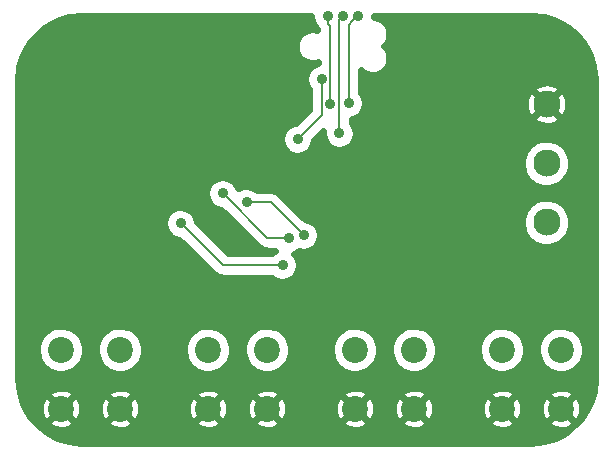
<source format=gbl>
%FSLAX46Y46*%
G04 Gerber Fmt 4.6, Leading zero omitted, Abs format (unit mm)*
G04 Created by KiCad (PCBNEW (2014-08-05 BZR 5054)-product) date Wed 12 Nov 2014 18:29:59 EST*
%MOMM*%
G01*
G04 APERTURE LIST*
%ADD10C,0.100000*%
%ADD11C,2.300000*%
%ADD12C,2.200000*%
%ADD13C,0.889000*%
%ADD14C,0.203200*%
%ADD15C,0.609600*%
G04 APERTURE END LIST*
D10*
D11*
X203200000Y-114982000D03*
X203200000Y-109982000D03*
X203200000Y-104982000D03*
D12*
X162092000Y-125770000D03*
X167092000Y-125770000D03*
X167092000Y-130770000D03*
X162092000Y-130770000D03*
X174538000Y-125770000D03*
X179538000Y-125770000D03*
X179538000Y-130770000D03*
X174538000Y-130770000D03*
X186984000Y-125770000D03*
X191984000Y-125770000D03*
X191984000Y-130770000D03*
X186984000Y-130770000D03*
X199430000Y-125770000D03*
X204430000Y-125770000D03*
X204430000Y-130770000D03*
X199430000Y-130770000D03*
D13*
X198903842Y-111230158D03*
X194310000Y-111252000D03*
X197866000Y-100076000D03*
X190754000Y-104140000D03*
X193548000Y-106934000D03*
X194818000Y-102108000D03*
X171704000Y-116840000D03*
X181864000Y-102616000D03*
X174244000Y-104140000D03*
X181610000Y-113284000D03*
X187706000Y-102616000D03*
X184658000Y-97536000D03*
X184899320Y-104992022D03*
X184150000Y-102870000D03*
X182118000Y-107950000D03*
X185672665Y-107449786D03*
X185928000Y-97536000D03*
X186436000Y-104902000D03*
X187198000Y-97536000D03*
X175768000Y-112534690D03*
X181356000Y-116332000D03*
X172212000Y-115062000D03*
X180848000Y-118618000D03*
X177800000Y-113284000D03*
X182626000Y-116078000D03*
D14*
X184658000Y-97536000D02*
X184658000Y-98164617D01*
X184658000Y-98164617D02*
X184899320Y-98405937D01*
X184899320Y-98405937D02*
X184899320Y-104363405D01*
X184899320Y-104363405D02*
X184899320Y-104992022D01*
X184150000Y-105918000D02*
X182118000Y-107950000D01*
X184150000Y-102870000D02*
X184150000Y-105918000D01*
X185672665Y-97791335D02*
X185928000Y-97536000D01*
X185672665Y-107449786D02*
X185672665Y-97791335D01*
X186436000Y-104902000D02*
X186436000Y-98298000D01*
X186436000Y-98298000D02*
X186753501Y-97980499D01*
X186753501Y-97980499D02*
X187198000Y-97536000D01*
X179565310Y-116332000D02*
X181356000Y-116332000D01*
X175768000Y-112534690D02*
X179565310Y-116332000D01*
X175768000Y-118618000D02*
X180848000Y-118618000D01*
X172212000Y-115062000D02*
X175768000Y-118618000D01*
X179832000Y-113284000D02*
X182626000Y-116078000D01*
X177800000Y-113284000D02*
X179832000Y-113284000D01*
D15*
G36*
X207290200Y-128221590D02*
X207183459Y-129310211D01*
X206881362Y-130310803D01*
X206469888Y-131084675D01*
X206469888Y-125569987D01*
X206392189Y-125177580D01*
X206239751Y-124807738D01*
X206018380Y-124474548D01*
X205736509Y-124190702D01*
X205404873Y-123967011D01*
X205289890Y-123918676D01*
X205289890Y-114777084D01*
X205289890Y-109777084D01*
X205210287Y-109375059D01*
X205054112Y-108996151D01*
X205043717Y-108980505D01*
X205043717Y-105041730D01*
X205019943Y-104680891D01*
X204926229Y-104331624D01*
X204766179Y-104007350D01*
X204699810Y-103908023D01*
X204392101Y-103807860D01*
X204374140Y-103825821D01*
X204374140Y-103789899D01*
X204273977Y-103482190D01*
X203960743Y-103301486D01*
X203618273Y-103185363D01*
X203259730Y-103138283D01*
X202898891Y-103162057D01*
X202549624Y-103255771D01*
X202225350Y-103415821D01*
X202126023Y-103482190D01*
X202025860Y-103789899D01*
X203200000Y-104964039D01*
X204374140Y-103789899D01*
X204374140Y-103825821D01*
X203217961Y-104982000D01*
X204392101Y-106156140D01*
X204699810Y-106055977D01*
X204880514Y-105742743D01*
X204996637Y-105400273D01*
X205043717Y-105041730D01*
X205043717Y-108980505D01*
X204827315Y-108654794D01*
X204538534Y-108363990D01*
X204374140Y-108253104D01*
X204374140Y-106174101D01*
X203200000Y-104999961D01*
X203182039Y-105017922D01*
X203182039Y-104982000D01*
X202007899Y-103807860D01*
X201700190Y-103908023D01*
X201519486Y-104221257D01*
X201403363Y-104563727D01*
X201356283Y-104922270D01*
X201380057Y-105283109D01*
X201473771Y-105632376D01*
X201633821Y-105956650D01*
X201700190Y-106055977D01*
X202007899Y-106156140D01*
X203182039Y-104982000D01*
X203182039Y-105017922D01*
X202025860Y-106174101D01*
X202126023Y-106481810D01*
X202439257Y-106662514D01*
X202781727Y-106778637D01*
X203140270Y-106825717D01*
X203501109Y-106801943D01*
X203850376Y-106708229D01*
X204174650Y-106548179D01*
X204273977Y-106481810D01*
X204374140Y-106174101D01*
X204374140Y-108253104D01*
X204198769Y-108134815D01*
X203820961Y-107976000D01*
X203419501Y-107893592D01*
X203009680Y-107890730D01*
X202607108Y-107967525D01*
X202227119Y-108121050D01*
X201884187Y-108345459D01*
X201591374Y-108632203D01*
X201359833Y-108970360D01*
X201198383Y-109347050D01*
X201113175Y-109747925D01*
X201107453Y-110157716D01*
X201181435Y-110560814D01*
X201332304Y-110941865D01*
X201554313Y-111286356D01*
X201839005Y-111581163D01*
X202175538Y-111815060D01*
X202551092Y-111979135D01*
X202951362Y-112067140D01*
X203361103Y-112075723D01*
X203764708Y-112004557D01*
X204146803Y-111856352D01*
X204492835Y-111636753D01*
X204789623Y-111354126D01*
X205025863Y-111019234D01*
X205192556Y-110644835D01*
X205283354Y-110245189D01*
X205289890Y-109777084D01*
X205289890Y-114777084D01*
X205210287Y-114375059D01*
X205054112Y-113996151D01*
X204827315Y-113654794D01*
X204538534Y-113363990D01*
X204198769Y-113134815D01*
X203820961Y-112976000D01*
X203419501Y-112893592D01*
X203009680Y-112890730D01*
X202607108Y-112967525D01*
X202227119Y-113121050D01*
X201884187Y-113345459D01*
X201591374Y-113632203D01*
X201359833Y-113970360D01*
X201198383Y-114347050D01*
X201113175Y-114747925D01*
X201107453Y-115157716D01*
X201181435Y-115560814D01*
X201332304Y-115941865D01*
X201554313Y-116286356D01*
X201839005Y-116581163D01*
X202175538Y-116815060D01*
X202551092Y-116979135D01*
X202951362Y-117067140D01*
X203361103Y-117075723D01*
X203764708Y-117004557D01*
X204146803Y-116856352D01*
X204492835Y-116636753D01*
X204789623Y-116354126D01*
X205025863Y-116019234D01*
X205192556Y-115644835D01*
X205283354Y-115245189D01*
X205289890Y-114777084D01*
X205289890Y-123918676D01*
X205036104Y-123811995D01*
X204644249Y-123731558D01*
X204244233Y-123728766D01*
X203851293Y-123803723D01*
X203480396Y-123953575D01*
X203145669Y-124172614D01*
X202859862Y-124452498D01*
X202633860Y-124782564D01*
X202476274Y-125150242D01*
X202393104Y-125541525D01*
X202387518Y-125941512D01*
X202459731Y-126334966D01*
X202606990Y-126706900D01*
X202823687Y-127043148D01*
X203101568Y-127330902D01*
X203430049Y-127559202D01*
X203796617Y-127719352D01*
X204187311Y-127805252D01*
X204587249Y-127813629D01*
X204981197Y-127744165D01*
X205354150Y-127599506D01*
X205691903Y-127385162D01*
X205981590Y-127109297D01*
X206212178Y-126782418D01*
X206374883Y-126416976D01*
X206463508Y-126026892D01*
X206469888Y-125569987D01*
X206469888Y-131084675D01*
X206390670Y-131233663D01*
X206223511Y-131438619D01*
X206223511Y-130827757D01*
X206200316Y-130476751D01*
X206109090Y-130137014D01*
X205953337Y-129821602D01*
X205889162Y-129725555D01*
X205586573Y-129631388D01*
X205568612Y-129649349D01*
X205568612Y-129613427D01*
X205474445Y-129310838D01*
X205169708Y-129135115D01*
X204836544Y-129022219D01*
X204487757Y-128976489D01*
X204136751Y-128999684D01*
X203797014Y-129090910D01*
X203481602Y-129246663D01*
X203385555Y-129310838D01*
X203291388Y-129613427D01*
X204430000Y-130752039D01*
X205568612Y-129613427D01*
X205568612Y-129649349D01*
X204447961Y-130770000D01*
X205586573Y-131908612D01*
X205889162Y-131814445D01*
X206064885Y-131509708D01*
X206177781Y-131176544D01*
X206223511Y-130827757D01*
X206223511Y-131438619D01*
X205730073Y-132043634D01*
X205568612Y-132177206D01*
X205568612Y-131926573D01*
X204430000Y-130787961D01*
X204412039Y-130805922D01*
X204412039Y-130770000D01*
X203273427Y-129631388D01*
X202970838Y-129725555D01*
X202795115Y-130030292D01*
X202682219Y-130363456D01*
X202636489Y-130712243D01*
X202659684Y-131063249D01*
X202750910Y-131402986D01*
X202906663Y-131718398D01*
X202970838Y-131814445D01*
X203273427Y-131908612D01*
X204412039Y-130770000D01*
X204412039Y-130805922D01*
X203291388Y-131926573D01*
X203385555Y-132229162D01*
X203690292Y-132404885D01*
X204023456Y-132517781D01*
X204372243Y-132563511D01*
X204723249Y-132540316D01*
X205062986Y-132449090D01*
X205378398Y-132293337D01*
X205474445Y-132229162D01*
X205568612Y-131926573D01*
X205568612Y-132177206D01*
X204924727Y-132709875D01*
X204005324Y-133206993D01*
X203006866Y-133516069D01*
X201920981Y-133630200D01*
X201469888Y-133630200D01*
X201469888Y-125569987D01*
X201392189Y-125177580D01*
X201239751Y-124807738D01*
X201018380Y-124474548D01*
X200736509Y-124190702D01*
X200404873Y-123967011D01*
X200036104Y-123811995D01*
X199644249Y-123731558D01*
X199244233Y-123728766D01*
X198851293Y-123803723D01*
X198480396Y-123953575D01*
X198145669Y-124172614D01*
X197859862Y-124452498D01*
X197633860Y-124782564D01*
X197476274Y-125150242D01*
X197393104Y-125541525D01*
X197387518Y-125941512D01*
X197459731Y-126334966D01*
X197606990Y-126706900D01*
X197823687Y-127043148D01*
X198101568Y-127330902D01*
X198430049Y-127559202D01*
X198796617Y-127719352D01*
X199187311Y-127805252D01*
X199587249Y-127813629D01*
X199981197Y-127744165D01*
X200354150Y-127599506D01*
X200691903Y-127385162D01*
X200981590Y-127109297D01*
X201212178Y-126782418D01*
X201374883Y-126416976D01*
X201463508Y-126026892D01*
X201469888Y-125569987D01*
X201469888Y-133630200D01*
X201223511Y-133630200D01*
X201223511Y-130827757D01*
X201200316Y-130476751D01*
X201109090Y-130137014D01*
X200953337Y-129821602D01*
X200889162Y-129725555D01*
X200586573Y-129631388D01*
X200568612Y-129649349D01*
X200568612Y-129613427D01*
X200474445Y-129310838D01*
X200169708Y-129135115D01*
X199836544Y-129022219D01*
X199487757Y-128976489D01*
X199136751Y-128999684D01*
X198797014Y-129090910D01*
X198481602Y-129246663D01*
X198385555Y-129310838D01*
X198291388Y-129613427D01*
X199430000Y-130752039D01*
X200568612Y-129613427D01*
X200568612Y-129649349D01*
X199447961Y-130770000D01*
X200586573Y-131908612D01*
X200889162Y-131814445D01*
X201064885Y-131509708D01*
X201177781Y-131176544D01*
X201223511Y-130827757D01*
X201223511Y-133630200D01*
X200568612Y-133630200D01*
X200568612Y-131926573D01*
X199430000Y-130787961D01*
X199412039Y-130805922D01*
X199412039Y-130770000D01*
X198273427Y-129631388D01*
X197970838Y-129725555D01*
X197795115Y-130030292D01*
X197682219Y-130363456D01*
X197636489Y-130712243D01*
X197659684Y-131063249D01*
X197750910Y-131402986D01*
X197906663Y-131718398D01*
X197970838Y-131814445D01*
X198273427Y-131908612D01*
X199412039Y-130770000D01*
X199412039Y-130805922D01*
X198291388Y-131926573D01*
X198385555Y-132229162D01*
X198690292Y-132404885D01*
X199023456Y-132517781D01*
X199372243Y-132563511D01*
X199723249Y-132540316D01*
X200062986Y-132449090D01*
X200378398Y-132293337D01*
X200474445Y-132229162D01*
X200568612Y-131926573D01*
X200568612Y-133630200D01*
X194023888Y-133630200D01*
X194023888Y-125569987D01*
X193946189Y-125177580D01*
X193793751Y-124807738D01*
X193572380Y-124474548D01*
X193290509Y-124190702D01*
X192958873Y-123967011D01*
X192590104Y-123811995D01*
X192198249Y-123731558D01*
X191798233Y-123728766D01*
X191405293Y-123803723D01*
X191034396Y-123953575D01*
X190699669Y-124172614D01*
X190413862Y-124452498D01*
X190187860Y-124782564D01*
X190030274Y-125150242D01*
X189947104Y-125541525D01*
X189941518Y-125941512D01*
X190013731Y-126334966D01*
X190160990Y-126706900D01*
X190377687Y-127043148D01*
X190655568Y-127330902D01*
X190984049Y-127559202D01*
X191350617Y-127719352D01*
X191741311Y-127805252D01*
X192141249Y-127813629D01*
X192535197Y-127744165D01*
X192908150Y-127599506D01*
X193245903Y-127385162D01*
X193535590Y-127109297D01*
X193766178Y-126782418D01*
X193928883Y-126416976D01*
X194017508Y-126026892D01*
X194023888Y-125569987D01*
X194023888Y-133630200D01*
X193777511Y-133630200D01*
X193777511Y-130827757D01*
X193754316Y-130476751D01*
X193663090Y-130137014D01*
X193507337Y-129821602D01*
X193443162Y-129725555D01*
X193140573Y-129631388D01*
X193122612Y-129649349D01*
X193122612Y-129613427D01*
X193028445Y-129310838D01*
X192723708Y-129135115D01*
X192390544Y-129022219D01*
X192041757Y-128976489D01*
X191690751Y-128999684D01*
X191351014Y-129090910D01*
X191035602Y-129246663D01*
X190939555Y-129310838D01*
X190845388Y-129613427D01*
X191984000Y-130752039D01*
X193122612Y-129613427D01*
X193122612Y-129649349D01*
X192001961Y-130770000D01*
X193140573Y-131908612D01*
X193443162Y-131814445D01*
X193618885Y-131509708D01*
X193731781Y-131176544D01*
X193777511Y-130827757D01*
X193777511Y-133630200D01*
X193122612Y-133630200D01*
X193122612Y-131926573D01*
X191984000Y-130787961D01*
X191966039Y-130805922D01*
X191966039Y-130770000D01*
X190827427Y-129631388D01*
X190524838Y-129725555D01*
X190349115Y-130030292D01*
X190236219Y-130363456D01*
X190190489Y-130712243D01*
X190213684Y-131063249D01*
X190304910Y-131402986D01*
X190460663Y-131718398D01*
X190524838Y-131814445D01*
X190827427Y-131908612D01*
X191966039Y-130770000D01*
X191966039Y-130805922D01*
X190845388Y-131926573D01*
X190939555Y-132229162D01*
X191244292Y-132404885D01*
X191577456Y-132517781D01*
X191926243Y-132563511D01*
X192277249Y-132540316D01*
X192616986Y-132449090D01*
X192932398Y-132293337D01*
X193028445Y-132229162D01*
X193122612Y-131926573D01*
X193122612Y-133630200D01*
X189023888Y-133630200D01*
X189023888Y-125569987D01*
X188946189Y-125177580D01*
X188793751Y-124807738D01*
X188572380Y-124474548D01*
X188290509Y-124190702D01*
X187958873Y-123967011D01*
X187590104Y-123811995D01*
X187198249Y-123731558D01*
X186798233Y-123728766D01*
X186405293Y-123803723D01*
X186034396Y-123953575D01*
X185699669Y-124172614D01*
X185413862Y-124452498D01*
X185187860Y-124782564D01*
X185030274Y-125150242D01*
X184947104Y-125541525D01*
X184941518Y-125941512D01*
X185013731Y-126334966D01*
X185160990Y-126706900D01*
X185377687Y-127043148D01*
X185655568Y-127330902D01*
X185984049Y-127559202D01*
X186350617Y-127719352D01*
X186741311Y-127805252D01*
X187141249Y-127813629D01*
X187535197Y-127744165D01*
X187908150Y-127599506D01*
X188245903Y-127385162D01*
X188535590Y-127109297D01*
X188766178Y-126782418D01*
X188928883Y-126416976D01*
X189017508Y-126026892D01*
X189023888Y-125569987D01*
X189023888Y-133630200D01*
X188777511Y-133630200D01*
X188777511Y-130827757D01*
X188754316Y-130476751D01*
X188663090Y-130137014D01*
X188507337Y-129821602D01*
X188443162Y-129725555D01*
X188140573Y-129631388D01*
X188122612Y-129649349D01*
X188122612Y-129613427D01*
X188028445Y-129310838D01*
X187723708Y-129135115D01*
X187390544Y-129022219D01*
X187041757Y-128976489D01*
X186690751Y-128999684D01*
X186351014Y-129090910D01*
X186035602Y-129246663D01*
X185939555Y-129310838D01*
X185845388Y-129613427D01*
X186984000Y-130752039D01*
X188122612Y-129613427D01*
X188122612Y-129649349D01*
X187001961Y-130770000D01*
X188140573Y-131908612D01*
X188443162Y-131814445D01*
X188618885Y-131509708D01*
X188731781Y-131176544D01*
X188777511Y-130827757D01*
X188777511Y-133630200D01*
X188122612Y-133630200D01*
X188122612Y-131926573D01*
X186984000Y-130787961D01*
X186966039Y-130805922D01*
X186966039Y-130770000D01*
X185827427Y-129631388D01*
X185524838Y-129725555D01*
X185349115Y-130030292D01*
X185236219Y-130363456D01*
X185190489Y-130712243D01*
X185213684Y-131063249D01*
X185304910Y-131402986D01*
X185460663Y-131718398D01*
X185524838Y-131814445D01*
X185827427Y-131908612D01*
X186966039Y-130770000D01*
X186966039Y-130805922D01*
X185845388Y-131926573D01*
X185939555Y-132229162D01*
X186244292Y-132404885D01*
X186577456Y-132517781D01*
X186926243Y-132563511D01*
X187277249Y-132540316D01*
X187616986Y-132449090D01*
X187932398Y-132293337D01*
X188028445Y-132229162D01*
X188122612Y-131926573D01*
X188122612Y-133630200D01*
X184010359Y-133630200D01*
X184010359Y-115942262D01*
X183957630Y-115675957D01*
X183854178Y-115424966D01*
X183703946Y-115198849D01*
X183512655Y-115006218D01*
X183287592Y-114854411D01*
X183037329Y-114749210D01*
X182771399Y-114694622D01*
X182714990Y-114694228D01*
X180568381Y-112547619D01*
X180494027Y-112486544D01*
X180420357Y-112424727D01*
X180415559Y-112422089D01*
X180411326Y-112418612D01*
X180326546Y-112373153D01*
X180242251Y-112326812D01*
X180237028Y-112325155D01*
X180232205Y-112322569D01*
X180140259Y-112294458D01*
X180048519Y-112265357D01*
X180043074Y-112264746D01*
X180037840Y-112263146D01*
X179942121Y-112253422D01*
X179846540Y-112242702D01*
X179835841Y-112242626D01*
X179835635Y-112242606D01*
X179835442Y-112242624D01*
X179832000Y-112242600D01*
X178716825Y-112242600D01*
X178686655Y-112212218D01*
X178461592Y-112060411D01*
X178211329Y-111955210D01*
X177945399Y-111900622D01*
X177673930Y-111898727D01*
X177407264Y-111949596D01*
X177155556Y-112051293D01*
X177085100Y-112097397D01*
X176996178Y-111881656D01*
X176845946Y-111655539D01*
X176654655Y-111462908D01*
X176429592Y-111311101D01*
X176179329Y-111205900D01*
X175913399Y-111151312D01*
X175641930Y-111149417D01*
X175375264Y-111200286D01*
X175123556Y-111301983D01*
X174896395Y-111450632D01*
X174702434Y-111640574D01*
X174549059Y-111864572D01*
X174442114Y-112114094D01*
X174385671Y-112379637D01*
X174381880Y-112651086D01*
X174430887Y-112918101D01*
X174530824Y-113170512D01*
X174677884Y-113398705D01*
X174866467Y-113593988D01*
X175089388Y-113748923D01*
X175338158Y-113857608D01*
X175603300Y-113915903D01*
X175678015Y-113917467D01*
X178828929Y-117068381D01*
X178903255Y-117129433D01*
X178976953Y-117191273D01*
X178981753Y-117193912D01*
X178985984Y-117197387D01*
X179070724Y-117242824D01*
X179155059Y-117289188D01*
X179160281Y-117290844D01*
X179165105Y-117293431D01*
X179257050Y-117321541D01*
X179348791Y-117350643D01*
X179354235Y-117351253D01*
X179359470Y-117352854D01*
X179455144Y-117362572D01*
X179550770Y-117373298D01*
X179561479Y-117373373D01*
X179561675Y-117373393D01*
X179561857Y-117373375D01*
X179565310Y-117373400D01*
X180232992Y-117373400D01*
X180203556Y-117385293D01*
X179976395Y-117533942D01*
X179932834Y-117576600D01*
X176199362Y-117576600D01*
X173595707Y-114972945D01*
X173596359Y-114926262D01*
X173543630Y-114659957D01*
X173440178Y-114408966D01*
X173289946Y-114182849D01*
X173098655Y-113990218D01*
X172873592Y-113838411D01*
X172623329Y-113733210D01*
X172357399Y-113678622D01*
X172085930Y-113676727D01*
X171819264Y-113727596D01*
X171567556Y-113829293D01*
X171340395Y-113977942D01*
X171146434Y-114167884D01*
X170993059Y-114391882D01*
X170886114Y-114641404D01*
X170829671Y-114906947D01*
X170825880Y-115178396D01*
X170874887Y-115445411D01*
X170974824Y-115697822D01*
X171121884Y-115926015D01*
X171310467Y-116121298D01*
X171533388Y-116276233D01*
X171782158Y-116384918D01*
X172047300Y-116443213D01*
X172122015Y-116444777D01*
X175031619Y-119354381D01*
X175105967Y-119415451D01*
X175179643Y-119477273D01*
X175184440Y-119479910D01*
X175188673Y-119483387D01*
X175273435Y-119528836D01*
X175357749Y-119575188D01*
X175362971Y-119576844D01*
X175367795Y-119579431D01*
X175459753Y-119607545D01*
X175551481Y-119636643D01*
X175556924Y-119637253D01*
X175562159Y-119638854D01*
X175657843Y-119648573D01*
X175753460Y-119659298D01*
X175764168Y-119659373D01*
X175764364Y-119659393D01*
X175764546Y-119659375D01*
X175768000Y-119659400D01*
X179929183Y-119659400D01*
X179946467Y-119677298D01*
X180169388Y-119832233D01*
X180418158Y-119940918D01*
X180683300Y-119999213D01*
X180954716Y-120004898D01*
X181222067Y-119957757D01*
X181475170Y-119859585D01*
X181704384Y-119714121D01*
X181900979Y-119526907D01*
X182057466Y-119305072D01*
X182167885Y-119057067D01*
X182228030Y-118792338D01*
X182232359Y-118482262D01*
X182179630Y-118215957D01*
X182076178Y-117964966D01*
X181925946Y-117738849D01*
X181823379Y-117635563D01*
X181983170Y-117573585D01*
X182212384Y-117428121D01*
X182232548Y-117408918D01*
X182461300Y-117459213D01*
X182732716Y-117464898D01*
X183000067Y-117417757D01*
X183253170Y-117319585D01*
X183482384Y-117174121D01*
X183678979Y-116986907D01*
X183835466Y-116765072D01*
X183945885Y-116517067D01*
X184006030Y-116252338D01*
X184010359Y-115942262D01*
X184010359Y-133630200D01*
X181577888Y-133630200D01*
X181577888Y-125569987D01*
X181500189Y-125177580D01*
X181347751Y-124807738D01*
X181126380Y-124474548D01*
X180844509Y-124190702D01*
X180512873Y-123967011D01*
X180144104Y-123811995D01*
X179752249Y-123731558D01*
X179352233Y-123728766D01*
X178959293Y-123803723D01*
X178588396Y-123953575D01*
X178253669Y-124172614D01*
X177967862Y-124452498D01*
X177741860Y-124782564D01*
X177584274Y-125150242D01*
X177501104Y-125541525D01*
X177495518Y-125941512D01*
X177567731Y-126334966D01*
X177714990Y-126706900D01*
X177931687Y-127043148D01*
X178209568Y-127330902D01*
X178538049Y-127559202D01*
X178904617Y-127719352D01*
X179295311Y-127805252D01*
X179695249Y-127813629D01*
X180089197Y-127744165D01*
X180462150Y-127599506D01*
X180799903Y-127385162D01*
X181089590Y-127109297D01*
X181320178Y-126782418D01*
X181482883Y-126416976D01*
X181571508Y-126026892D01*
X181577888Y-125569987D01*
X181577888Y-133630200D01*
X181331511Y-133630200D01*
X181331511Y-130827757D01*
X181308316Y-130476751D01*
X181217090Y-130137014D01*
X181061337Y-129821602D01*
X180997162Y-129725555D01*
X180694573Y-129631388D01*
X180676612Y-129649349D01*
X180676612Y-129613427D01*
X180582445Y-129310838D01*
X180277708Y-129135115D01*
X179944544Y-129022219D01*
X179595757Y-128976489D01*
X179244751Y-128999684D01*
X178905014Y-129090910D01*
X178589602Y-129246663D01*
X178493555Y-129310838D01*
X178399388Y-129613427D01*
X179538000Y-130752039D01*
X180676612Y-129613427D01*
X180676612Y-129649349D01*
X179555961Y-130770000D01*
X180694573Y-131908612D01*
X180997162Y-131814445D01*
X181172885Y-131509708D01*
X181285781Y-131176544D01*
X181331511Y-130827757D01*
X181331511Y-133630200D01*
X180676612Y-133630200D01*
X180676612Y-131926573D01*
X179538000Y-130787961D01*
X179520039Y-130805922D01*
X179520039Y-130770000D01*
X178381427Y-129631388D01*
X178078838Y-129725555D01*
X177903115Y-130030292D01*
X177790219Y-130363456D01*
X177744489Y-130712243D01*
X177767684Y-131063249D01*
X177858910Y-131402986D01*
X178014663Y-131718398D01*
X178078838Y-131814445D01*
X178381427Y-131908612D01*
X179520039Y-130770000D01*
X179520039Y-130805922D01*
X178399388Y-131926573D01*
X178493555Y-132229162D01*
X178798292Y-132404885D01*
X179131456Y-132517781D01*
X179480243Y-132563511D01*
X179831249Y-132540316D01*
X180170986Y-132449090D01*
X180486398Y-132293337D01*
X180582445Y-132229162D01*
X180676612Y-131926573D01*
X180676612Y-133630200D01*
X176577888Y-133630200D01*
X176577888Y-125569987D01*
X176500189Y-125177580D01*
X176347751Y-124807738D01*
X176126380Y-124474548D01*
X175844509Y-124190702D01*
X175512873Y-123967011D01*
X175144104Y-123811995D01*
X174752249Y-123731558D01*
X174352233Y-123728766D01*
X173959293Y-123803723D01*
X173588396Y-123953575D01*
X173253669Y-124172614D01*
X172967862Y-124452498D01*
X172741860Y-124782564D01*
X172584274Y-125150242D01*
X172501104Y-125541525D01*
X172495518Y-125941512D01*
X172567731Y-126334966D01*
X172714990Y-126706900D01*
X172931687Y-127043148D01*
X173209568Y-127330902D01*
X173538049Y-127559202D01*
X173904617Y-127719352D01*
X174295311Y-127805252D01*
X174695249Y-127813629D01*
X175089197Y-127744165D01*
X175462150Y-127599506D01*
X175799903Y-127385162D01*
X176089590Y-127109297D01*
X176320178Y-126782418D01*
X176482883Y-126416976D01*
X176571508Y-126026892D01*
X176577888Y-125569987D01*
X176577888Y-133630200D01*
X176331511Y-133630200D01*
X176331511Y-130827757D01*
X176308316Y-130476751D01*
X176217090Y-130137014D01*
X176061337Y-129821602D01*
X175997162Y-129725555D01*
X175694573Y-129631388D01*
X175676612Y-129649349D01*
X175676612Y-129613427D01*
X175582445Y-129310838D01*
X175277708Y-129135115D01*
X174944544Y-129022219D01*
X174595757Y-128976489D01*
X174244751Y-128999684D01*
X173905014Y-129090910D01*
X173589602Y-129246663D01*
X173493555Y-129310838D01*
X173399388Y-129613427D01*
X174538000Y-130752039D01*
X175676612Y-129613427D01*
X175676612Y-129649349D01*
X174555961Y-130770000D01*
X175694573Y-131908612D01*
X175997162Y-131814445D01*
X176172885Y-131509708D01*
X176285781Y-131176544D01*
X176331511Y-130827757D01*
X176331511Y-133630200D01*
X175676612Y-133630200D01*
X175676612Y-131926573D01*
X174538000Y-130787961D01*
X174520039Y-130805922D01*
X174520039Y-130770000D01*
X173381427Y-129631388D01*
X173078838Y-129725555D01*
X172903115Y-130030292D01*
X172790219Y-130363456D01*
X172744489Y-130712243D01*
X172767684Y-131063249D01*
X172858910Y-131402986D01*
X173014663Y-131718398D01*
X173078838Y-131814445D01*
X173381427Y-131908612D01*
X174520039Y-130770000D01*
X174520039Y-130805922D01*
X173399388Y-131926573D01*
X173493555Y-132229162D01*
X173798292Y-132404885D01*
X174131456Y-132517781D01*
X174480243Y-132563511D01*
X174831249Y-132540316D01*
X175170986Y-132449090D01*
X175486398Y-132293337D01*
X175582445Y-132229162D01*
X175676612Y-131926573D01*
X175676612Y-133630200D01*
X169131888Y-133630200D01*
X169131888Y-125569987D01*
X169054189Y-125177580D01*
X168901751Y-124807738D01*
X168680380Y-124474548D01*
X168398509Y-124190702D01*
X168066873Y-123967011D01*
X167698104Y-123811995D01*
X167306249Y-123731558D01*
X166906233Y-123728766D01*
X166513293Y-123803723D01*
X166142396Y-123953575D01*
X165807669Y-124172614D01*
X165521862Y-124452498D01*
X165295860Y-124782564D01*
X165138274Y-125150242D01*
X165055104Y-125541525D01*
X165049518Y-125941512D01*
X165121731Y-126334966D01*
X165268990Y-126706900D01*
X165485687Y-127043148D01*
X165763568Y-127330902D01*
X166092049Y-127559202D01*
X166458617Y-127719352D01*
X166849311Y-127805252D01*
X167249249Y-127813629D01*
X167643197Y-127744165D01*
X168016150Y-127599506D01*
X168353903Y-127385162D01*
X168643590Y-127109297D01*
X168874178Y-126782418D01*
X169036883Y-126416976D01*
X169125508Y-126026892D01*
X169131888Y-125569987D01*
X169131888Y-133630200D01*
X168885511Y-133630200D01*
X168885511Y-130827757D01*
X168862316Y-130476751D01*
X168771090Y-130137014D01*
X168615337Y-129821602D01*
X168551162Y-129725555D01*
X168248573Y-129631388D01*
X168230612Y-129649349D01*
X168230612Y-129613427D01*
X168136445Y-129310838D01*
X167831708Y-129135115D01*
X167498544Y-129022219D01*
X167149757Y-128976489D01*
X166798751Y-128999684D01*
X166459014Y-129090910D01*
X166143602Y-129246663D01*
X166047555Y-129310838D01*
X165953388Y-129613427D01*
X167092000Y-130752039D01*
X168230612Y-129613427D01*
X168230612Y-129649349D01*
X167109961Y-130770000D01*
X168248573Y-131908612D01*
X168551162Y-131814445D01*
X168726885Y-131509708D01*
X168839781Y-131176544D01*
X168885511Y-130827757D01*
X168885511Y-133630200D01*
X168230612Y-133630200D01*
X168230612Y-131926573D01*
X167092000Y-130787961D01*
X167074039Y-130805922D01*
X167074039Y-130770000D01*
X165935427Y-129631388D01*
X165632838Y-129725555D01*
X165457115Y-130030292D01*
X165344219Y-130363456D01*
X165298489Y-130712243D01*
X165321684Y-131063249D01*
X165412910Y-131402986D01*
X165568663Y-131718398D01*
X165632838Y-131814445D01*
X165935427Y-131908612D01*
X167074039Y-130770000D01*
X167074039Y-130805922D01*
X165953388Y-131926573D01*
X166047555Y-132229162D01*
X166352292Y-132404885D01*
X166685456Y-132517781D01*
X167034243Y-132563511D01*
X167385249Y-132540316D01*
X167724986Y-132449090D01*
X168040398Y-132293337D01*
X168136445Y-132229162D01*
X168230612Y-131926573D01*
X168230612Y-133630200D01*
X164131888Y-133630200D01*
X164131888Y-125569987D01*
X164054189Y-125177580D01*
X163901751Y-124807738D01*
X163680380Y-124474548D01*
X163398509Y-124190702D01*
X163066873Y-123967011D01*
X162698104Y-123811995D01*
X162306249Y-123731558D01*
X161906233Y-123728766D01*
X161513293Y-123803723D01*
X161142396Y-123953575D01*
X160807669Y-124172614D01*
X160521862Y-124452498D01*
X160295860Y-124782564D01*
X160138274Y-125150242D01*
X160055104Y-125541525D01*
X160049518Y-125941512D01*
X160121731Y-126334966D01*
X160268990Y-126706900D01*
X160485687Y-127043148D01*
X160763568Y-127330902D01*
X161092049Y-127559202D01*
X161458617Y-127719352D01*
X161849311Y-127805252D01*
X162249249Y-127813629D01*
X162643197Y-127744165D01*
X163016150Y-127599506D01*
X163353903Y-127385162D01*
X163643590Y-127109297D01*
X163874178Y-126782418D01*
X164036883Y-126416976D01*
X164125508Y-126026892D01*
X164131888Y-125569987D01*
X164131888Y-133630200D01*
X163885511Y-133630200D01*
X163885511Y-130827757D01*
X163862316Y-130476751D01*
X163771090Y-130137014D01*
X163615337Y-129821602D01*
X163551162Y-129725555D01*
X163248573Y-129631388D01*
X163230612Y-129649349D01*
X163230612Y-129613427D01*
X163136445Y-129310838D01*
X162831708Y-129135115D01*
X162498544Y-129022219D01*
X162149757Y-128976489D01*
X161798751Y-128999684D01*
X161459014Y-129090910D01*
X161143602Y-129246663D01*
X161047555Y-129310838D01*
X160953388Y-129613427D01*
X162092000Y-130752039D01*
X163230612Y-129613427D01*
X163230612Y-129649349D01*
X162109961Y-130770000D01*
X163248573Y-131908612D01*
X163551162Y-131814445D01*
X163726885Y-131509708D01*
X163839781Y-131176544D01*
X163885511Y-130827757D01*
X163885511Y-133630200D01*
X163878409Y-133630200D01*
X163230612Y-133566682D01*
X163230612Y-131926573D01*
X162092000Y-130787961D01*
X162074039Y-130805922D01*
X162074039Y-130770000D01*
X160935427Y-129631388D01*
X160632838Y-129725555D01*
X160457115Y-130030292D01*
X160344219Y-130363456D01*
X160298489Y-130712243D01*
X160321684Y-131063249D01*
X160412910Y-131402986D01*
X160568663Y-131718398D01*
X160632838Y-131814445D01*
X160935427Y-131908612D01*
X162074039Y-130770000D01*
X162074039Y-130805922D01*
X160953388Y-131926573D01*
X161047555Y-132229162D01*
X161352292Y-132404885D01*
X161685456Y-132517781D01*
X162034243Y-132563511D01*
X162385249Y-132540316D01*
X162724986Y-132449090D01*
X163040398Y-132293337D01*
X163136445Y-132229162D01*
X163230612Y-131926573D01*
X163230612Y-133566682D01*
X162789788Y-133523459D01*
X161789196Y-133221362D01*
X160866336Y-132730670D01*
X160056365Y-132070073D01*
X159390124Y-131264727D01*
X158893006Y-130345324D01*
X158583930Y-129346866D01*
X158469800Y-128260981D01*
X158469800Y-102918408D01*
X158576540Y-101829789D01*
X158878637Y-100829195D01*
X159369327Y-99906340D01*
X160029926Y-99096365D01*
X160835270Y-98430126D01*
X161754679Y-97933003D01*
X162753133Y-97623930D01*
X163839018Y-97509800D01*
X183273871Y-97509800D01*
X183271880Y-97652396D01*
X183320887Y-97919411D01*
X183420824Y-98171822D01*
X183567884Y-98400015D01*
X183681194Y-98517351D01*
X183691075Y-98551360D01*
X183693595Y-98556222D01*
X183695178Y-98561464D01*
X183740344Y-98646409D01*
X183762461Y-98689076D01*
X183538601Y-98643125D01*
X183257419Y-98641162D01*
X182981211Y-98693851D01*
X182720498Y-98799186D01*
X182485209Y-98953155D01*
X182284308Y-99149892D01*
X182125445Y-99381905D01*
X182014673Y-99640355D01*
X181956211Y-99915399D01*
X181952285Y-100196560D01*
X182003045Y-100473129D01*
X182106557Y-100734572D01*
X182258880Y-100970930D01*
X182454210Y-101173200D01*
X182685107Y-101333678D01*
X182942778Y-101446252D01*
X183217407Y-101506633D01*
X183498534Y-101512522D01*
X183775451Y-101463694D01*
X183857920Y-101431706D01*
X183857920Y-101516394D01*
X183757264Y-101535596D01*
X183505556Y-101637293D01*
X183278395Y-101785942D01*
X183084434Y-101975884D01*
X182931059Y-102199882D01*
X182824114Y-102449404D01*
X182767671Y-102714947D01*
X182763880Y-102986396D01*
X182812887Y-103253411D01*
X182912824Y-103505822D01*
X183059884Y-103734015D01*
X183108600Y-103784461D01*
X183108600Y-105486638D01*
X182030243Y-106564994D01*
X181991930Y-106564727D01*
X181725264Y-106615596D01*
X181473556Y-106717293D01*
X181246395Y-106865942D01*
X181052434Y-107055884D01*
X180899059Y-107279882D01*
X180792114Y-107529404D01*
X180735671Y-107794947D01*
X180731880Y-108066396D01*
X180780887Y-108333411D01*
X180880824Y-108585822D01*
X181027884Y-108814015D01*
X181216467Y-109009298D01*
X181439388Y-109164233D01*
X181688158Y-109272918D01*
X181953300Y-109331213D01*
X182224716Y-109336898D01*
X182492067Y-109289757D01*
X182745170Y-109191585D01*
X182974384Y-109046121D01*
X183170979Y-108858907D01*
X183327466Y-108637072D01*
X183437885Y-108389067D01*
X183498030Y-108124338D01*
X183499185Y-108041576D01*
X184302295Y-107238466D01*
X184290336Y-107294733D01*
X184286545Y-107566182D01*
X184335552Y-107833197D01*
X184435489Y-108085608D01*
X184582549Y-108313801D01*
X184771132Y-108509084D01*
X184994053Y-108664019D01*
X185242823Y-108772704D01*
X185507965Y-108830999D01*
X185779381Y-108836684D01*
X186046732Y-108789543D01*
X186299835Y-108691371D01*
X186529049Y-108545907D01*
X186725644Y-108358693D01*
X186882131Y-108136858D01*
X186992550Y-107888853D01*
X187052695Y-107624124D01*
X187057024Y-107314048D01*
X187004295Y-107047743D01*
X186900843Y-106796752D01*
X186750611Y-106570635D01*
X186714065Y-106533832D01*
X186714065Y-106258684D01*
X186810067Y-106241757D01*
X187063170Y-106143585D01*
X187292384Y-105998121D01*
X187488979Y-105810907D01*
X187645466Y-105589072D01*
X187755885Y-105341067D01*
X187816030Y-105076338D01*
X187820359Y-104766262D01*
X187767630Y-104499957D01*
X187664178Y-104248966D01*
X187513946Y-104022849D01*
X187477400Y-103986046D01*
X187477400Y-102128543D01*
X187535037Y-102188228D01*
X187765730Y-102348564D01*
X188023173Y-102461038D01*
X188297558Y-102521366D01*
X188578436Y-102527249D01*
X188855108Y-102478465D01*
X189117035Y-102376870D01*
X189354240Y-102226335D01*
X189557688Y-102032594D01*
X189719631Y-101803025D01*
X189833899Y-101546374D01*
X189896141Y-101272416D01*
X189900622Y-100951530D01*
X189846054Y-100675941D01*
X189738996Y-100416199D01*
X189583526Y-100182199D01*
X189478279Y-100076214D01*
X189557688Y-100000594D01*
X189719631Y-99771025D01*
X189833899Y-99514374D01*
X189896141Y-99240416D01*
X189900622Y-98919530D01*
X189846054Y-98643941D01*
X189738996Y-98384199D01*
X189583526Y-98150199D01*
X189385567Y-97950852D01*
X189152657Y-97793753D01*
X188893669Y-97684884D01*
X188618468Y-97628394D01*
X188579177Y-97628119D01*
X188580829Y-97509800D01*
X201881591Y-97509800D01*
X202970210Y-97616540D01*
X203970804Y-97918637D01*
X204893659Y-98409327D01*
X205703634Y-99069926D01*
X206369873Y-99875270D01*
X206866996Y-100794679D01*
X207176069Y-101793133D01*
X207290200Y-102879018D01*
X207290200Y-128221590D01*
X207290200Y-128221590D01*
G37*
X207290200Y-128221590D02*
X207183459Y-129310211D01*
X206881362Y-130310803D01*
X206469888Y-131084675D01*
X206469888Y-125569987D01*
X206392189Y-125177580D01*
X206239751Y-124807738D01*
X206018380Y-124474548D01*
X205736509Y-124190702D01*
X205404873Y-123967011D01*
X205289890Y-123918676D01*
X205289890Y-114777084D01*
X205289890Y-109777084D01*
X205210287Y-109375059D01*
X205054112Y-108996151D01*
X205043717Y-108980505D01*
X205043717Y-105041730D01*
X205019943Y-104680891D01*
X204926229Y-104331624D01*
X204766179Y-104007350D01*
X204699810Y-103908023D01*
X204392101Y-103807860D01*
X204374140Y-103825821D01*
X204374140Y-103789899D01*
X204273977Y-103482190D01*
X203960743Y-103301486D01*
X203618273Y-103185363D01*
X203259730Y-103138283D01*
X202898891Y-103162057D01*
X202549624Y-103255771D01*
X202225350Y-103415821D01*
X202126023Y-103482190D01*
X202025860Y-103789899D01*
X203200000Y-104964039D01*
X204374140Y-103789899D01*
X204374140Y-103825821D01*
X203217961Y-104982000D01*
X204392101Y-106156140D01*
X204699810Y-106055977D01*
X204880514Y-105742743D01*
X204996637Y-105400273D01*
X205043717Y-105041730D01*
X205043717Y-108980505D01*
X204827315Y-108654794D01*
X204538534Y-108363990D01*
X204374140Y-108253104D01*
X204374140Y-106174101D01*
X203200000Y-104999961D01*
X203182039Y-105017922D01*
X203182039Y-104982000D01*
X202007899Y-103807860D01*
X201700190Y-103908023D01*
X201519486Y-104221257D01*
X201403363Y-104563727D01*
X201356283Y-104922270D01*
X201380057Y-105283109D01*
X201473771Y-105632376D01*
X201633821Y-105956650D01*
X201700190Y-106055977D01*
X202007899Y-106156140D01*
X203182039Y-104982000D01*
X203182039Y-105017922D01*
X202025860Y-106174101D01*
X202126023Y-106481810D01*
X202439257Y-106662514D01*
X202781727Y-106778637D01*
X203140270Y-106825717D01*
X203501109Y-106801943D01*
X203850376Y-106708229D01*
X204174650Y-106548179D01*
X204273977Y-106481810D01*
X204374140Y-106174101D01*
X204374140Y-108253104D01*
X204198769Y-108134815D01*
X203820961Y-107976000D01*
X203419501Y-107893592D01*
X203009680Y-107890730D01*
X202607108Y-107967525D01*
X202227119Y-108121050D01*
X201884187Y-108345459D01*
X201591374Y-108632203D01*
X201359833Y-108970360D01*
X201198383Y-109347050D01*
X201113175Y-109747925D01*
X201107453Y-110157716D01*
X201181435Y-110560814D01*
X201332304Y-110941865D01*
X201554313Y-111286356D01*
X201839005Y-111581163D01*
X202175538Y-111815060D01*
X202551092Y-111979135D01*
X202951362Y-112067140D01*
X203361103Y-112075723D01*
X203764708Y-112004557D01*
X204146803Y-111856352D01*
X204492835Y-111636753D01*
X204789623Y-111354126D01*
X205025863Y-111019234D01*
X205192556Y-110644835D01*
X205283354Y-110245189D01*
X205289890Y-109777084D01*
X205289890Y-114777084D01*
X205210287Y-114375059D01*
X205054112Y-113996151D01*
X204827315Y-113654794D01*
X204538534Y-113363990D01*
X204198769Y-113134815D01*
X203820961Y-112976000D01*
X203419501Y-112893592D01*
X203009680Y-112890730D01*
X202607108Y-112967525D01*
X202227119Y-113121050D01*
X201884187Y-113345459D01*
X201591374Y-113632203D01*
X201359833Y-113970360D01*
X201198383Y-114347050D01*
X201113175Y-114747925D01*
X201107453Y-115157716D01*
X201181435Y-115560814D01*
X201332304Y-115941865D01*
X201554313Y-116286356D01*
X201839005Y-116581163D01*
X202175538Y-116815060D01*
X202551092Y-116979135D01*
X202951362Y-117067140D01*
X203361103Y-117075723D01*
X203764708Y-117004557D01*
X204146803Y-116856352D01*
X204492835Y-116636753D01*
X204789623Y-116354126D01*
X205025863Y-116019234D01*
X205192556Y-115644835D01*
X205283354Y-115245189D01*
X205289890Y-114777084D01*
X205289890Y-123918676D01*
X205036104Y-123811995D01*
X204644249Y-123731558D01*
X204244233Y-123728766D01*
X203851293Y-123803723D01*
X203480396Y-123953575D01*
X203145669Y-124172614D01*
X202859862Y-124452498D01*
X202633860Y-124782564D01*
X202476274Y-125150242D01*
X202393104Y-125541525D01*
X202387518Y-125941512D01*
X202459731Y-126334966D01*
X202606990Y-126706900D01*
X202823687Y-127043148D01*
X203101568Y-127330902D01*
X203430049Y-127559202D01*
X203796617Y-127719352D01*
X204187311Y-127805252D01*
X204587249Y-127813629D01*
X204981197Y-127744165D01*
X205354150Y-127599506D01*
X205691903Y-127385162D01*
X205981590Y-127109297D01*
X206212178Y-126782418D01*
X206374883Y-126416976D01*
X206463508Y-126026892D01*
X206469888Y-125569987D01*
X206469888Y-131084675D01*
X206390670Y-131233663D01*
X206223511Y-131438619D01*
X206223511Y-130827757D01*
X206200316Y-130476751D01*
X206109090Y-130137014D01*
X205953337Y-129821602D01*
X205889162Y-129725555D01*
X205586573Y-129631388D01*
X205568612Y-129649349D01*
X205568612Y-129613427D01*
X205474445Y-129310838D01*
X205169708Y-129135115D01*
X204836544Y-129022219D01*
X204487757Y-128976489D01*
X204136751Y-128999684D01*
X203797014Y-129090910D01*
X203481602Y-129246663D01*
X203385555Y-129310838D01*
X203291388Y-129613427D01*
X204430000Y-130752039D01*
X205568612Y-129613427D01*
X205568612Y-129649349D01*
X204447961Y-130770000D01*
X205586573Y-131908612D01*
X205889162Y-131814445D01*
X206064885Y-131509708D01*
X206177781Y-131176544D01*
X206223511Y-130827757D01*
X206223511Y-131438619D01*
X205730073Y-132043634D01*
X205568612Y-132177206D01*
X205568612Y-131926573D01*
X204430000Y-130787961D01*
X204412039Y-130805922D01*
X204412039Y-130770000D01*
X203273427Y-129631388D01*
X202970838Y-129725555D01*
X202795115Y-130030292D01*
X202682219Y-130363456D01*
X202636489Y-130712243D01*
X202659684Y-131063249D01*
X202750910Y-131402986D01*
X202906663Y-131718398D01*
X202970838Y-131814445D01*
X203273427Y-131908612D01*
X204412039Y-130770000D01*
X204412039Y-130805922D01*
X203291388Y-131926573D01*
X203385555Y-132229162D01*
X203690292Y-132404885D01*
X204023456Y-132517781D01*
X204372243Y-132563511D01*
X204723249Y-132540316D01*
X205062986Y-132449090D01*
X205378398Y-132293337D01*
X205474445Y-132229162D01*
X205568612Y-131926573D01*
X205568612Y-132177206D01*
X204924727Y-132709875D01*
X204005324Y-133206993D01*
X203006866Y-133516069D01*
X201920981Y-133630200D01*
X201469888Y-133630200D01*
X201469888Y-125569987D01*
X201392189Y-125177580D01*
X201239751Y-124807738D01*
X201018380Y-124474548D01*
X200736509Y-124190702D01*
X200404873Y-123967011D01*
X200036104Y-123811995D01*
X199644249Y-123731558D01*
X199244233Y-123728766D01*
X198851293Y-123803723D01*
X198480396Y-123953575D01*
X198145669Y-124172614D01*
X197859862Y-124452498D01*
X197633860Y-124782564D01*
X197476274Y-125150242D01*
X197393104Y-125541525D01*
X197387518Y-125941512D01*
X197459731Y-126334966D01*
X197606990Y-126706900D01*
X197823687Y-127043148D01*
X198101568Y-127330902D01*
X198430049Y-127559202D01*
X198796617Y-127719352D01*
X199187311Y-127805252D01*
X199587249Y-127813629D01*
X199981197Y-127744165D01*
X200354150Y-127599506D01*
X200691903Y-127385162D01*
X200981590Y-127109297D01*
X201212178Y-126782418D01*
X201374883Y-126416976D01*
X201463508Y-126026892D01*
X201469888Y-125569987D01*
X201469888Y-133630200D01*
X201223511Y-133630200D01*
X201223511Y-130827757D01*
X201200316Y-130476751D01*
X201109090Y-130137014D01*
X200953337Y-129821602D01*
X200889162Y-129725555D01*
X200586573Y-129631388D01*
X200568612Y-129649349D01*
X200568612Y-129613427D01*
X200474445Y-129310838D01*
X200169708Y-129135115D01*
X199836544Y-129022219D01*
X199487757Y-128976489D01*
X199136751Y-128999684D01*
X198797014Y-129090910D01*
X198481602Y-129246663D01*
X198385555Y-129310838D01*
X198291388Y-129613427D01*
X199430000Y-130752039D01*
X200568612Y-129613427D01*
X200568612Y-129649349D01*
X199447961Y-130770000D01*
X200586573Y-131908612D01*
X200889162Y-131814445D01*
X201064885Y-131509708D01*
X201177781Y-131176544D01*
X201223511Y-130827757D01*
X201223511Y-133630200D01*
X200568612Y-133630200D01*
X200568612Y-131926573D01*
X199430000Y-130787961D01*
X199412039Y-130805922D01*
X199412039Y-130770000D01*
X198273427Y-129631388D01*
X197970838Y-129725555D01*
X197795115Y-130030292D01*
X197682219Y-130363456D01*
X197636489Y-130712243D01*
X197659684Y-131063249D01*
X197750910Y-131402986D01*
X197906663Y-131718398D01*
X197970838Y-131814445D01*
X198273427Y-131908612D01*
X199412039Y-130770000D01*
X199412039Y-130805922D01*
X198291388Y-131926573D01*
X198385555Y-132229162D01*
X198690292Y-132404885D01*
X199023456Y-132517781D01*
X199372243Y-132563511D01*
X199723249Y-132540316D01*
X200062986Y-132449090D01*
X200378398Y-132293337D01*
X200474445Y-132229162D01*
X200568612Y-131926573D01*
X200568612Y-133630200D01*
X194023888Y-133630200D01*
X194023888Y-125569987D01*
X193946189Y-125177580D01*
X193793751Y-124807738D01*
X193572380Y-124474548D01*
X193290509Y-124190702D01*
X192958873Y-123967011D01*
X192590104Y-123811995D01*
X192198249Y-123731558D01*
X191798233Y-123728766D01*
X191405293Y-123803723D01*
X191034396Y-123953575D01*
X190699669Y-124172614D01*
X190413862Y-124452498D01*
X190187860Y-124782564D01*
X190030274Y-125150242D01*
X189947104Y-125541525D01*
X189941518Y-125941512D01*
X190013731Y-126334966D01*
X190160990Y-126706900D01*
X190377687Y-127043148D01*
X190655568Y-127330902D01*
X190984049Y-127559202D01*
X191350617Y-127719352D01*
X191741311Y-127805252D01*
X192141249Y-127813629D01*
X192535197Y-127744165D01*
X192908150Y-127599506D01*
X193245903Y-127385162D01*
X193535590Y-127109297D01*
X193766178Y-126782418D01*
X193928883Y-126416976D01*
X194017508Y-126026892D01*
X194023888Y-125569987D01*
X194023888Y-133630200D01*
X193777511Y-133630200D01*
X193777511Y-130827757D01*
X193754316Y-130476751D01*
X193663090Y-130137014D01*
X193507337Y-129821602D01*
X193443162Y-129725555D01*
X193140573Y-129631388D01*
X193122612Y-129649349D01*
X193122612Y-129613427D01*
X193028445Y-129310838D01*
X192723708Y-129135115D01*
X192390544Y-129022219D01*
X192041757Y-128976489D01*
X191690751Y-128999684D01*
X191351014Y-129090910D01*
X191035602Y-129246663D01*
X190939555Y-129310838D01*
X190845388Y-129613427D01*
X191984000Y-130752039D01*
X193122612Y-129613427D01*
X193122612Y-129649349D01*
X192001961Y-130770000D01*
X193140573Y-131908612D01*
X193443162Y-131814445D01*
X193618885Y-131509708D01*
X193731781Y-131176544D01*
X193777511Y-130827757D01*
X193777511Y-133630200D01*
X193122612Y-133630200D01*
X193122612Y-131926573D01*
X191984000Y-130787961D01*
X191966039Y-130805922D01*
X191966039Y-130770000D01*
X190827427Y-129631388D01*
X190524838Y-129725555D01*
X190349115Y-130030292D01*
X190236219Y-130363456D01*
X190190489Y-130712243D01*
X190213684Y-131063249D01*
X190304910Y-131402986D01*
X190460663Y-131718398D01*
X190524838Y-131814445D01*
X190827427Y-131908612D01*
X191966039Y-130770000D01*
X191966039Y-130805922D01*
X190845388Y-131926573D01*
X190939555Y-132229162D01*
X191244292Y-132404885D01*
X191577456Y-132517781D01*
X191926243Y-132563511D01*
X192277249Y-132540316D01*
X192616986Y-132449090D01*
X192932398Y-132293337D01*
X193028445Y-132229162D01*
X193122612Y-131926573D01*
X193122612Y-133630200D01*
X189023888Y-133630200D01*
X189023888Y-125569987D01*
X188946189Y-125177580D01*
X188793751Y-124807738D01*
X188572380Y-124474548D01*
X188290509Y-124190702D01*
X187958873Y-123967011D01*
X187590104Y-123811995D01*
X187198249Y-123731558D01*
X186798233Y-123728766D01*
X186405293Y-123803723D01*
X186034396Y-123953575D01*
X185699669Y-124172614D01*
X185413862Y-124452498D01*
X185187860Y-124782564D01*
X185030274Y-125150242D01*
X184947104Y-125541525D01*
X184941518Y-125941512D01*
X185013731Y-126334966D01*
X185160990Y-126706900D01*
X185377687Y-127043148D01*
X185655568Y-127330902D01*
X185984049Y-127559202D01*
X186350617Y-127719352D01*
X186741311Y-127805252D01*
X187141249Y-127813629D01*
X187535197Y-127744165D01*
X187908150Y-127599506D01*
X188245903Y-127385162D01*
X188535590Y-127109297D01*
X188766178Y-126782418D01*
X188928883Y-126416976D01*
X189017508Y-126026892D01*
X189023888Y-125569987D01*
X189023888Y-133630200D01*
X188777511Y-133630200D01*
X188777511Y-130827757D01*
X188754316Y-130476751D01*
X188663090Y-130137014D01*
X188507337Y-129821602D01*
X188443162Y-129725555D01*
X188140573Y-129631388D01*
X188122612Y-129649349D01*
X188122612Y-129613427D01*
X188028445Y-129310838D01*
X187723708Y-129135115D01*
X187390544Y-129022219D01*
X187041757Y-128976489D01*
X186690751Y-128999684D01*
X186351014Y-129090910D01*
X186035602Y-129246663D01*
X185939555Y-129310838D01*
X185845388Y-129613427D01*
X186984000Y-130752039D01*
X188122612Y-129613427D01*
X188122612Y-129649349D01*
X187001961Y-130770000D01*
X188140573Y-131908612D01*
X188443162Y-131814445D01*
X188618885Y-131509708D01*
X188731781Y-131176544D01*
X188777511Y-130827757D01*
X188777511Y-133630200D01*
X188122612Y-133630200D01*
X188122612Y-131926573D01*
X186984000Y-130787961D01*
X186966039Y-130805922D01*
X186966039Y-130770000D01*
X185827427Y-129631388D01*
X185524838Y-129725555D01*
X185349115Y-130030292D01*
X185236219Y-130363456D01*
X185190489Y-130712243D01*
X185213684Y-131063249D01*
X185304910Y-131402986D01*
X185460663Y-131718398D01*
X185524838Y-131814445D01*
X185827427Y-131908612D01*
X186966039Y-130770000D01*
X186966039Y-130805922D01*
X185845388Y-131926573D01*
X185939555Y-132229162D01*
X186244292Y-132404885D01*
X186577456Y-132517781D01*
X186926243Y-132563511D01*
X187277249Y-132540316D01*
X187616986Y-132449090D01*
X187932398Y-132293337D01*
X188028445Y-132229162D01*
X188122612Y-131926573D01*
X188122612Y-133630200D01*
X184010359Y-133630200D01*
X184010359Y-115942262D01*
X183957630Y-115675957D01*
X183854178Y-115424966D01*
X183703946Y-115198849D01*
X183512655Y-115006218D01*
X183287592Y-114854411D01*
X183037329Y-114749210D01*
X182771399Y-114694622D01*
X182714990Y-114694228D01*
X180568381Y-112547619D01*
X180494027Y-112486544D01*
X180420357Y-112424727D01*
X180415559Y-112422089D01*
X180411326Y-112418612D01*
X180326546Y-112373153D01*
X180242251Y-112326812D01*
X180237028Y-112325155D01*
X180232205Y-112322569D01*
X180140259Y-112294458D01*
X180048519Y-112265357D01*
X180043074Y-112264746D01*
X180037840Y-112263146D01*
X179942121Y-112253422D01*
X179846540Y-112242702D01*
X179835841Y-112242626D01*
X179835635Y-112242606D01*
X179835442Y-112242624D01*
X179832000Y-112242600D01*
X178716825Y-112242600D01*
X178686655Y-112212218D01*
X178461592Y-112060411D01*
X178211329Y-111955210D01*
X177945399Y-111900622D01*
X177673930Y-111898727D01*
X177407264Y-111949596D01*
X177155556Y-112051293D01*
X177085100Y-112097397D01*
X176996178Y-111881656D01*
X176845946Y-111655539D01*
X176654655Y-111462908D01*
X176429592Y-111311101D01*
X176179329Y-111205900D01*
X175913399Y-111151312D01*
X175641930Y-111149417D01*
X175375264Y-111200286D01*
X175123556Y-111301983D01*
X174896395Y-111450632D01*
X174702434Y-111640574D01*
X174549059Y-111864572D01*
X174442114Y-112114094D01*
X174385671Y-112379637D01*
X174381880Y-112651086D01*
X174430887Y-112918101D01*
X174530824Y-113170512D01*
X174677884Y-113398705D01*
X174866467Y-113593988D01*
X175089388Y-113748923D01*
X175338158Y-113857608D01*
X175603300Y-113915903D01*
X175678015Y-113917467D01*
X178828929Y-117068381D01*
X178903255Y-117129433D01*
X178976953Y-117191273D01*
X178981753Y-117193912D01*
X178985984Y-117197387D01*
X179070724Y-117242824D01*
X179155059Y-117289188D01*
X179160281Y-117290844D01*
X179165105Y-117293431D01*
X179257050Y-117321541D01*
X179348791Y-117350643D01*
X179354235Y-117351253D01*
X179359470Y-117352854D01*
X179455144Y-117362572D01*
X179550770Y-117373298D01*
X179561479Y-117373373D01*
X179561675Y-117373393D01*
X179561857Y-117373375D01*
X179565310Y-117373400D01*
X180232992Y-117373400D01*
X180203556Y-117385293D01*
X179976395Y-117533942D01*
X179932834Y-117576600D01*
X176199362Y-117576600D01*
X173595707Y-114972945D01*
X173596359Y-114926262D01*
X173543630Y-114659957D01*
X173440178Y-114408966D01*
X173289946Y-114182849D01*
X173098655Y-113990218D01*
X172873592Y-113838411D01*
X172623329Y-113733210D01*
X172357399Y-113678622D01*
X172085930Y-113676727D01*
X171819264Y-113727596D01*
X171567556Y-113829293D01*
X171340395Y-113977942D01*
X171146434Y-114167884D01*
X170993059Y-114391882D01*
X170886114Y-114641404D01*
X170829671Y-114906947D01*
X170825880Y-115178396D01*
X170874887Y-115445411D01*
X170974824Y-115697822D01*
X171121884Y-115926015D01*
X171310467Y-116121298D01*
X171533388Y-116276233D01*
X171782158Y-116384918D01*
X172047300Y-116443213D01*
X172122015Y-116444777D01*
X175031619Y-119354381D01*
X175105967Y-119415451D01*
X175179643Y-119477273D01*
X175184440Y-119479910D01*
X175188673Y-119483387D01*
X175273435Y-119528836D01*
X175357749Y-119575188D01*
X175362971Y-119576844D01*
X175367795Y-119579431D01*
X175459753Y-119607545D01*
X175551481Y-119636643D01*
X175556924Y-119637253D01*
X175562159Y-119638854D01*
X175657843Y-119648573D01*
X175753460Y-119659298D01*
X175764168Y-119659373D01*
X175764364Y-119659393D01*
X175764546Y-119659375D01*
X175768000Y-119659400D01*
X179929183Y-119659400D01*
X179946467Y-119677298D01*
X180169388Y-119832233D01*
X180418158Y-119940918D01*
X180683300Y-119999213D01*
X180954716Y-120004898D01*
X181222067Y-119957757D01*
X181475170Y-119859585D01*
X181704384Y-119714121D01*
X181900979Y-119526907D01*
X182057466Y-119305072D01*
X182167885Y-119057067D01*
X182228030Y-118792338D01*
X182232359Y-118482262D01*
X182179630Y-118215957D01*
X182076178Y-117964966D01*
X181925946Y-117738849D01*
X181823379Y-117635563D01*
X181983170Y-117573585D01*
X182212384Y-117428121D01*
X182232548Y-117408918D01*
X182461300Y-117459213D01*
X182732716Y-117464898D01*
X183000067Y-117417757D01*
X183253170Y-117319585D01*
X183482384Y-117174121D01*
X183678979Y-116986907D01*
X183835466Y-116765072D01*
X183945885Y-116517067D01*
X184006030Y-116252338D01*
X184010359Y-115942262D01*
X184010359Y-133630200D01*
X181577888Y-133630200D01*
X181577888Y-125569987D01*
X181500189Y-125177580D01*
X181347751Y-124807738D01*
X181126380Y-124474548D01*
X180844509Y-124190702D01*
X180512873Y-123967011D01*
X180144104Y-123811995D01*
X179752249Y-123731558D01*
X179352233Y-123728766D01*
X178959293Y-123803723D01*
X178588396Y-123953575D01*
X178253669Y-124172614D01*
X177967862Y-124452498D01*
X177741860Y-124782564D01*
X177584274Y-125150242D01*
X177501104Y-125541525D01*
X177495518Y-125941512D01*
X177567731Y-126334966D01*
X177714990Y-126706900D01*
X177931687Y-127043148D01*
X178209568Y-127330902D01*
X178538049Y-127559202D01*
X178904617Y-127719352D01*
X179295311Y-127805252D01*
X179695249Y-127813629D01*
X180089197Y-127744165D01*
X180462150Y-127599506D01*
X180799903Y-127385162D01*
X181089590Y-127109297D01*
X181320178Y-126782418D01*
X181482883Y-126416976D01*
X181571508Y-126026892D01*
X181577888Y-125569987D01*
X181577888Y-133630200D01*
X181331511Y-133630200D01*
X181331511Y-130827757D01*
X181308316Y-130476751D01*
X181217090Y-130137014D01*
X181061337Y-129821602D01*
X180997162Y-129725555D01*
X180694573Y-129631388D01*
X180676612Y-129649349D01*
X180676612Y-129613427D01*
X180582445Y-129310838D01*
X180277708Y-129135115D01*
X179944544Y-129022219D01*
X179595757Y-128976489D01*
X179244751Y-128999684D01*
X178905014Y-129090910D01*
X178589602Y-129246663D01*
X178493555Y-129310838D01*
X178399388Y-129613427D01*
X179538000Y-130752039D01*
X180676612Y-129613427D01*
X180676612Y-129649349D01*
X179555961Y-130770000D01*
X180694573Y-131908612D01*
X180997162Y-131814445D01*
X181172885Y-131509708D01*
X181285781Y-131176544D01*
X181331511Y-130827757D01*
X181331511Y-133630200D01*
X180676612Y-133630200D01*
X180676612Y-131926573D01*
X179538000Y-130787961D01*
X179520039Y-130805922D01*
X179520039Y-130770000D01*
X178381427Y-129631388D01*
X178078838Y-129725555D01*
X177903115Y-130030292D01*
X177790219Y-130363456D01*
X177744489Y-130712243D01*
X177767684Y-131063249D01*
X177858910Y-131402986D01*
X178014663Y-131718398D01*
X178078838Y-131814445D01*
X178381427Y-131908612D01*
X179520039Y-130770000D01*
X179520039Y-130805922D01*
X178399388Y-131926573D01*
X178493555Y-132229162D01*
X178798292Y-132404885D01*
X179131456Y-132517781D01*
X179480243Y-132563511D01*
X179831249Y-132540316D01*
X180170986Y-132449090D01*
X180486398Y-132293337D01*
X180582445Y-132229162D01*
X180676612Y-131926573D01*
X180676612Y-133630200D01*
X176577888Y-133630200D01*
X176577888Y-125569987D01*
X176500189Y-125177580D01*
X176347751Y-124807738D01*
X176126380Y-124474548D01*
X175844509Y-124190702D01*
X175512873Y-123967011D01*
X175144104Y-123811995D01*
X174752249Y-123731558D01*
X174352233Y-123728766D01*
X173959293Y-123803723D01*
X173588396Y-123953575D01*
X173253669Y-124172614D01*
X172967862Y-124452498D01*
X172741860Y-124782564D01*
X172584274Y-125150242D01*
X172501104Y-125541525D01*
X172495518Y-125941512D01*
X172567731Y-126334966D01*
X172714990Y-126706900D01*
X172931687Y-127043148D01*
X173209568Y-127330902D01*
X173538049Y-127559202D01*
X173904617Y-127719352D01*
X174295311Y-127805252D01*
X174695249Y-127813629D01*
X175089197Y-127744165D01*
X175462150Y-127599506D01*
X175799903Y-127385162D01*
X176089590Y-127109297D01*
X176320178Y-126782418D01*
X176482883Y-126416976D01*
X176571508Y-126026892D01*
X176577888Y-125569987D01*
X176577888Y-133630200D01*
X176331511Y-133630200D01*
X176331511Y-130827757D01*
X176308316Y-130476751D01*
X176217090Y-130137014D01*
X176061337Y-129821602D01*
X175997162Y-129725555D01*
X175694573Y-129631388D01*
X175676612Y-129649349D01*
X175676612Y-129613427D01*
X175582445Y-129310838D01*
X175277708Y-129135115D01*
X174944544Y-129022219D01*
X174595757Y-128976489D01*
X174244751Y-128999684D01*
X173905014Y-129090910D01*
X173589602Y-129246663D01*
X173493555Y-129310838D01*
X173399388Y-129613427D01*
X174538000Y-130752039D01*
X175676612Y-129613427D01*
X175676612Y-129649349D01*
X174555961Y-130770000D01*
X175694573Y-131908612D01*
X175997162Y-131814445D01*
X176172885Y-131509708D01*
X176285781Y-131176544D01*
X176331511Y-130827757D01*
X176331511Y-133630200D01*
X175676612Y-133630200D01*
X175676612Y-131926573D01*
X174538000Y-130787961D01*
X174520039Y-130805922D01*
X174520039Y-130770000D01*
X173381427Y-129631388D01*
X173078838Y-129725555D01*
X172903115Y-130030292D01*
X172790219Y-130363456D01*
X172744489Y-130712243D01*
X172767684Y-131063249D01*
X172858910Y-131402986D01*
X173014663Y-131718398D01*
X173078838Y-131814445D01*
X173381427Y-131908612D01*
X174520039Y-130770000D01*
X174520039Y-130805922D01*
X173399388Y-131926573D01*
X173493555Y-132229162D01*
X173798292Y-132404885D01*
X174131456Y-132517781D01*
X174480243Y-132563511D01*
X174831249Y-132540316D01*
X175170986Y-132449090D01*
X175486398Y-132293337D01*
X175582445Y-132229162D01*
X175676612Y-131926573D01*
X175676612Y-133630200D01*
X169131888Y-133630200D01*
X169131888Y-125569987D01*
X169054189Y-125177580D01*
X168901751Y-124807738D01*
X168680380Y-124474548D01*
X168398509Y-124190702D01*
X168066873Y-123967011D01*
X167698104Y-123811995D01*
X167306249Y-123731558D01*
X166906233Y-123728766D01*
X166513293Y-123803723D01*
X166142396Y-123953575D01*
X165807669Y-124172614D01*
X165521862Y-124452498D01*
X165295860Y-124782564D01*
X165138274Y-125150242D01*
X165055104Y-125541525D01*
X165049518Y-125941512D01*
X165121731Y-126334966D01*
X165268990Y-126706900D01*
X165485687Y-127043148D01*
X165763568Y-127330902D01*
X166092049Y-127559202D01*
X166458617Y-127719352D01*
X166849311Y-127805252D01*
X167249249Y-127813629D01*
X167643197Y-127744165D01*
X168016150Y-127599506D01*
X168353903Y-127385162D01*
X168643590Y-127109297D01*
X168874178Y-126782418D01*
X169036883Y-126416976D01*
X169125508Y-126026892D01*
X169131888Y-125569987D01*
X169131888Y-133630200D01*
X168885511Y-133630200D01*
X168885511Y-130827757D01*
X168862316Y-130476751D01*
X168771090Y-130137014D01*
X168615337Y-129821602D01*
X168551162Y-129725555D01*
X168248573Y-129631388D01*
X168230612Y-129649349D01*
X168230612Y-129613427D01*
X168136445Y-129310838D01*
X167831708Y-129135115D01*
X167498544Y-129022219D01*
X167149757Y-128976489D01*
X166798751Y-128999684D01*
X166459014Y-129090910D01*
X166143602Y-129246663D01*
X166047555Y-129310838D01*
X165953388Y-129613427D01*
X167092000Y-130752039D01*
X168230612Y-129613427D01*
X168230612Y-129649349D01*
X167109961Y-130770000D01*
X168248573Y-131908612D01*
X168551162Y-131814445D01*
X168726885Y-131509708D01*
X168839781Y-131176544D01*
X168885511Y-130827757D01*
X168885511Y-133630200D01*
X168230612Y-133630200D01*
X168230612Y-131926573D01*
X167092000Y-130787961D01*
X167074039Y-130805922D01*
X167074039Y-130770000D01*
X165935427Y-129631388D01*
X165632838Y-129725555D01*
X165457115Y-130030292D01*
X165344219Y-130363456D01*
X165298489Y-130712243D01*
X165321684Y-131063249D01*
X165412910Y-131402986D01*
X165568663Y-131718398D01*
X165632838Y-131814445D01*
X165935427Y-131908612D01*
X167074039Y-130770000D01*
X167074039Y-130805922D01*
X165953388Y-131926573D01*
X166047555Y-132229162D01*
X166352292Y-132404885D01*
X166685456Y-132517781D01*
X167034243Y-132563511D01*
X167385249Y-132540316D01*
X167724986Y-132449090D01*
X168040398Y-132293337D01*
X168136445Y-132229162D01*
X168230612Y-131926573D01*
X168230612Y-133630200D01*
X164131888Y-133630200D01*
X164131888Y-125569987D01*
X164054189Y-125177580D01*
X163901751Y-124807738D01*
X163680380Y-124474548D01*
X163398509Y-124190702D01*
X163066873Y-123967011D01*
X162698104Y-123811995D01*
X162306249Y-123731558D01*
X161906233Y-123728766D01*
X161513293Y-123803723D01*
X161142396Y-123953575D01*
X160807669Y-124172614D01*
X160521862Y-124452498D01*
X160295860Y-124782564D01*
X160138274Y-125150242D01*
X160055104Y-125541525D01*
X160049518Y-125941512D01*
X160121731Y-126334966D01*
X160268990Y-126706900D01*
X160485687Y-127043148D01*
X160763568Y-127330902D01*
X161092049Y-127559202D01*
X161458617Y-127719352D01*
X161849311Y-127805252D01*
X162249249Y-127813629D01*
X162643197Y-127744165D01*
X163016150Y-127599506D01*
X163353903Y-127385162D01*
X163643590Y-127109297D01*
X163874178Y-126782418D01*
X164036883Y-126416976D01*
X164125508Y-126026892D01*
X164131888Y-125569987D01*
X164131888Y-133630200D01*
X163885511Y-133630200D01*
X163885511Y-130827757D01*
X163862316Y-130476751D01*
X163771090Y-130137014D01*
X163615337Y-129821602D01*
X163551162Y-129725555D01*
X163248573Y-129631388D01*
X163230612Y-129649349D01*
X163230612Y-129613427D01*
X163136445Y-129310838D01*
X162831708Y-129135115D01*
X162498544Y-129022219D01*
X162149757Y-128976489D01*
X161798751Y-128999684D01*
X161459014Y-129090910D01*
X161143602Y-129246663D01*
X161047555Y-129310838D01*
X160953388Y-129613427D01*
X162092000Y-130752039D01*
X163230612Y-129613427D01*
X163230612Y-129649349D01*
X162109961Y-130770000D01*
X163248573Y-131908612D01*
X163551162Y-131814445D01*
X163726885Y-131509708D01*
X163839781Y-131176544D01*
X163885511Y-130827757D01*
X163885511Y-133630200D01*
X163878409Y-133630200D01*
X163230612Y-133566682D01*
X163230612Y-131926573D01*
X162092000Y-130787961D01*
X162074039Y-130805922D01*
X162074039Y-130770000D01*
X160935427Y-129631388D01*
X160632838Y-129725555D01*
X160457115Y-130030292D01*
X160344219Y-130363456D01*
X160298489Y-130712243D01*
X160321684Y-131063249D01*
X160412910Y-131402986D01*
X160568663Y-131718398D01*
X160632838Y-131814445D01*
X160935427Y-131908612D01*
X162074039Y-130770000D01*
X162074039Y-130805922D01*
X160953388Y-131926573D01*
X161047555Y-132229162D01*
X161352292Y-132404885D01*
X161685456Y-132517781D01*
X162034243Y-132563511D01*
X162385249Y-132540316D01*
X162724986Y-132449090D01*
X163040398Y-132293337D01*
X163136445Y-132229162D01*
X163230612Y-131926573D01*
X163230612Y-133566682D01*
X162789788Y-133523459D01*
X161789196Y-133221362D01*
X160866336Y-132730670D01*
X160056365Y-132070073D01*
X159390124Y-131264727D01*
X158893006Y-130345324D01*
X158583930Y-129346866D01*
X158469800Y-128260981D01*
X158469800Y-102918408D01*
X158576540Y-101829789D01*
X158878637Y-100829195D01*
X159369327Y-99906340D01*
X160029926Y-99096365D01*
X160835270Y-98430126D01*
X161754679Y-97933003D01*
X162753133Y-97623930D01*
X163839018Y-97509800D01*
X183273871Y-97509800D01*
X183271880Y-97652396D01*
X183320887Y-97919411D01*
X183420824Y-98171822D01*
X183567884Y-98400015D01*
X183681194Y-98517351D01*
X183691075Y-98551360D01*
X183693595Y-98556222D01*
X183695178Y-98561464D01*
X183740344Y-98646409D01*
X183762461Y-98689076D01*
X183538601Y-98643125D01*
X183257419Y-98641162D01*
X182981211Y-98693851D01*
X182720498Y-98799186D01*
X182485209Y-98953155D01*
X182284308Y-99149892D01*
X182125445Y-99381905D01*
X182014673Y-99640355D01*
X181956211Y-99915399D01*
X181952285Y-100196560D01*
X182003045Y-100473129D01*
X182106557Y-100734572D01*
X182258880Y-100970930D01*
X182454210Y-101173200D01*
X182685107Y-101333678D01*
X182942778Y-101446252D01*
X183217407Y-101506633D01*
X183498534Y-101512522D01*
X183775451Y-101463694D01*
X183857920Y-101431706D01*
X183857920Y-101516394D01*
X183757264Y-101535596D01*
X183505556Y-101637293D01*
X183278395Y-101785942D01*
X183084434Y-101975884D01*
X182931059Y-102199882D01*
X182824114Y-102449404D01*
X182767671Y-102714947D01*
X182763880Y-102986396D01*
X182812887Y-103253411D01*
X182912824Y-103505822D01*
X183059884Y-103734015D01*
X183108600Y-103784461D01*
X183108600Y-105486638D01*
X182030243Y-106564994D01*
X181991930Y-106564727D01*
X181725264Y-106615596D01*
X181473556Y-106717293D01*
X181246395Y-106865942D01*
X181052434Y-107055884D01*
X180899059Y-107279882D01*
X180792114Y-107529404D01*
X180735671Y-107794947D01*
X180731880Y-108066396D01*
X180780887Y-108333411D01*
X180880824Y-108585822D01*
X181027884Y-108814015D01*
X181216467Y-109009298D01*
X181439388Y-109164233D01*
X181688158Y-109272918D01*
X181953300Y-109331213D01*
X182224716Y-109336898D01*
X182492067Y-109289757D01*
X182745170Y-109191585D01*
X182974384Y-109046121D01*
X183170979Y-108858907D01*
X183327466Y-108637072D01*
X183437885Y-108389067D01*
X183498030Y-108124338D01*
X183499185Y-108041576D01*
X184302295Y-107238466D01*
X184290336Y-107294733D01*
X184286545Y-107566182D01*
X184335552Y-107833197D01*
X184435489Y-108085608D01*
X184582549Y-108313801D01*
X184771132Y-108509084D01*
X184994053Y-108664019D01*
X185242823Y-108772704D01*
X185507965Y-108830999D01*
X185779381Y-108836684D01*
X186046732Y-108789543D01*
X186299835Y-108691371D01*
X186529049Y-108545907D01*
X186725644Y-108358693D01*
X186882131Y-108136858D01*
X186992550Y-107888853D01*
X187052695Y-107624124D01*
X187057024Y-107314048D01*
X187004295Y-107047743D01*
X186900843Y-106796752D01*
X186750611Y-106570635D01*
X186714065Y-106533832D01*
X186714065Y-106258684D01*
X186810067Y-106241757D01*
X187063170Y-106143585D01*
X187292384Y-105998121D01*
X187488979Y-105810907D01*
X187645466Y-105589072D01*
X187755885Y-105341067D01*
X187816030Y-105076338D01*
X187820359Y-104766262D01*
X187767630Y-104499957D01*
X187664178Y-104248966D01*
X187513946Y-104022849D01*
X187477400Y-103986046D01*
X187477400Y-102128543D01*
X187535037Y-102188228D01*
X187765730Y-102348564D01*
X188023173Y-102461038D01*
X188297558Y-102521366D01*
X188578436Y-102527249D01*
X188855108Y-102478465D01*
X189117035Y-102376870D01*
X189354240Y-102226335D01*
X189557688Y-102032594D01*
X189719631Y-101803025D01*
X189833899Y-101546374D01*
X189896141Y-101272416D01*
X189900622Y-100951530D01*
X189846054Y-100675941D01*
X189738996Y-100416199D01*
X189583526Y-100182199D01*
X189478279Y-100076214D01*
X189557688Y-100000594D01*
X189719631Y-99771025D01*
X189833899Y-99514374D01*
X189896141Y-99240416D01*
X189900622Y-98919530D01*
X189846054Y-98643941D01*
X189738996Y-98384199D01*
X189583526Y-98150199D01*
X189385567Y-97950852D01*
X189152657Y-97793753D01*
X188893669Y-97684884D01*
X188618468Y-97628394D01*
X188579177Y-97628119D01*
X188580829Y-97509800D01*
X201881591Y-97509800D01*
X202970210Y-97616540D01*
X203970804Y-97918637D01*
X204893659Y-98409327D01*
X205703634Y-99069926D01*
X206369873Y-99875270D01*
X206866996Y-100794679D01*
X207176069Y-101793133D01*
X207290200Y-102879018D01*
X207290200Y-128221590D01*
M02*

</source>
